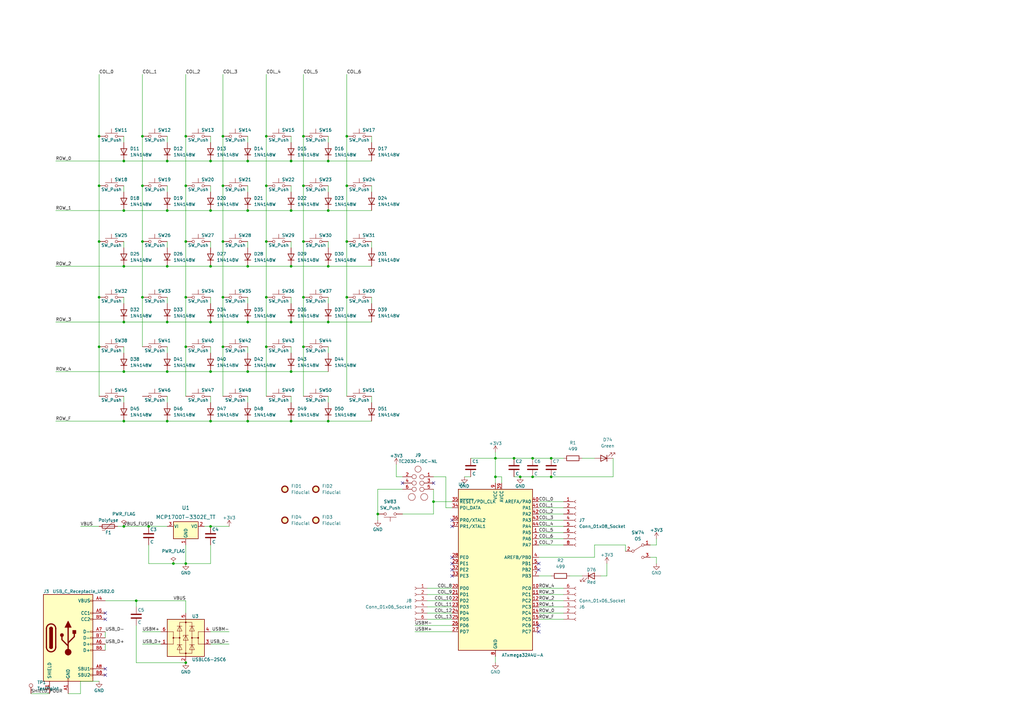
<source format=kicad_sch>
(kicad_sch (version 20230121) (generator eeschema)
  (paper "A3")
  (title_block (title "66 Keys Ortholinear Keyboard") (rev "1.0") (company "125 Systems") (comment 1 "Designer: Neeraj Adsul") (comment 2 "The Mac keyboard is designed as split 30 keys x 2 parts."))
  (junction (at 40.64 99.06))
  (junction (at 60.96 215.9))
  (junction (at 86.36 172.72))
  (junction (at 76.2 76.2))
  (junction (at 40.64 76.2))
  (junction (at 109.22 121.92))
  (junction (at 50.8 215.9))
  (junction (at 154.94 210.82))
  (junction (at 218.44 195.58))
  (junction (at 226.06 195.58))
  (junction (at 119.38 109.22))
  (junction (at 50.8 86.36))
  (junction (at 142.24 99.06))
  (junction (at 86.36 215.9))
  (junction (at 119.38 132.08))
  (junction (at 134.62 109.22))
  (junction (at 86.36 109.22))
  (junction (at 101.6 109.22))
  (junction (at 101.6 66.04))
  (junction (at 142.24 121.92))
  (junction (at 226.06 187.96))
  (junction (at 50.8 66.04))
  (junction (at 76.2 121.92))
  (junction (at 68.58 132.08))
  (junction (at 119.38 66.04))
  (junction (at 50.8 172.72))
  (junction (at 55.88 246.38))
  (junction (at 203.2 195.58))
  (junction (at 76.2 99.06))
  (junction (at 58.42 76.2))
  (junction (at 109.22 76.2))
  (junction (at 101.6 172.72))
  (junction (at 101.6 86.36))
  (junction (at 76.2 55.88))
  (junction (at 40.64 121.92))
  (junction (at 40.64 55.88))
  (junction (at 101.6 152.4))
  (junction (at 68.58 86.36))
  (junction (at 91.44 99.06))
  (junction (at 119.38 152.4))
  (junction (at 68.58 152.4))
  (junction (at 68.58 66.04))
  (junction (at 213.36 195.58))
  (junction (at 218.44 187.96))
  (junction (at 86.36 152.4))
  (junction (at 124.46 55.88))
  (junction (at 124.46 142.24))
  (junction (at 76.2 271.78))
  (junction (at 68.58 172.72))
  (junction (at 86.36 132.08))
  (junction (at 101.6 132.08))
  (junction (at 124.46 76.2))
  (junction (at 210.82 187.96))
  (junction (at 109.22 99.06))
  (junction (at 76.2 231.14))
  (junction (at 91.44 76.2))
  (junction (at 58.42 55.88))
  (junction (at 40.64 142.24))
  (junction (at 119.38 172.72))
  (junction (at 119.38 86.36))
  (junction (at 71.12 231.14))
  (junction (at 134.62 66.04))
  (junction (at 142.24 55.88))
  (junction (at 68.58 109.22))
  (junction (at 109.22 55.88))
  (junction (at 177.8 205.74))
  (junction (at 50.8 152.4))
  (junction (at 86.36 86.36))
  (junction (at 91.44 142.24))
  (junction (at 124.46 121.92))
  (junction (at 58.42 121.92))
  (junction (at 124.46 99.06))
  (junction (at 86.36 66.04))
  (junction (at 76.2 142.24))
  (junction (at 109.22 142.24))
  (junction (at 50.8 132.08))
  (junction (at 91.44 121.92))
  (junction (at 134.62 132.08))
  (junction (at 58.42 99.06))
  (junction (at 134.62 86.36))
  (junction (at 50.8 109.22))
  (junction (at 142.24 76.2))
  (junction (at 203.2 187.96))
  (junction (at 134.62 172.72))
  (junction (at 91.44 55.88))
  (no_connect (at 185.42 213.36))
  (no_connect (at 220.98 231.14))
  (no_connect (at 43.18 251.46))
  (no_connect (at 177.8 198.12))
  (no_connect (at 165.1 198.12))
  (no_connect (at 220.98 233.68))
  (no_connect (at 220.98 256.54))
  (no_connect (at 185.42 233.68))
  (no_connect (at 220.98 259.08))
  (no_connect (at 43.18 274.32))
  (no_connect (at 185.42 231.14))
  (no_connect (at 185.42 236.22))
  (no_connect (at 43.18 254))
  (no_connect (at 185.42 228.6))
  (no_connect (at 43.18 276.86))
  (no_connect (at 185.42 215.9))
  (wire (pts (xy 193.04 187.96) (xy 203.2 187.96)))
  (wire (pts (xy 101.6 142.24) (xy 101.6 144.78)))
  (wire (pts (xy 220.98 228.6) (xy 243.84 228.6)))
  (wire (pts (xy 40.64 279.4) (xy 33.02 279.4)))
  (wire (pts (xy 40.64 55.88) (xy 40.64 76.2)))
  (wire (pts (xy 203.2 195.58) (xy 205.74 195.58)))
  (wire (pts (xy 218.44 187.96) (xy 226.06 187.96)))
  (wire (pts (xy 220.98 223.52) (xy 231.14 223.52)))
  (wire (pts (xy 91.44 30.48) (xy 91.44 55.88)))
  (wire (pts (xy 246.38 236.22) (xy 248.92 236.22)))
  (wire (pts (xy 86.36 162.56) (xy 86.36 165.1)))
  (wire (pts (xy 43.18 264.16) (xy 43.18 266.7)))
  (wire (pts (xy 220.98 215.9) (xy 231.14 215.9)))
  (wire (pts (xy 203.2 269.24) (xy 203.2 271.78)))
  (wire (pts (xy 50.8 152.4) (xy 68.58 152.4)))
  (wire (pts (xy 68.58 99.06) (xy 68.58 101.6)))
  (wire (pts (xy 71.12 231.14) (xy 76.2 231.14)))
  (wire (pts (xy 203.2 195.58) (xy 203.2 198.12)))
  (wire (pts (xy 86.36 86.36) (xy 101.6 86.36)))
  (wire (pts (xy 142.24 121.92) (xy 142.24 162.56)))
  (wire (pts (xy 91.44 121.92) (xy 91.44 142.24)))
  (wire (pts (xy 231.14 243.84) (xy 220.98 243.84)))
  (wire (pts (xy 86.36 76.2) (xy 86.36 78.74)))
  (wire (pts (xy 12.7 284.48) (xy 20.32 284.48)))
  (wire (pts (xy 170.18 259.08) (xy 185.42 259.08)))
  (wire (pts (xy 68.58 121.92) (xy 68.58 124.46)))
  (wire (pts (xy 68.58 132.08) (xy 86.36 132.08)))
  (wire (pts (xy 269.24 223.52) (xy 269.24 220.98)))
  (wire (pts (xy 43.18 259.08) (xy 43.18 261.62)))
  (wire (pts (xy 50.8 132.08) (xy 68.58 132.08)))
  (wire (pts (xy 134.62 142.24) (xy 134.62 144.78)))
  (wire (pts (xy 76.2 99.06) (xy 76.2 121.92)))
  (wire (pts (xy 134.62 162.56) (xy 134.62 165.1)))
  (wire (pts (xy 142.24 76.2) (xy 142.24 99.06)))
  (wire (pts (xy 152.4 55.88) (xy 152.4 58.42)))
  (wire (pts (xy 220.98 213.36) (xy 231.14 213.36)))
  (wire (pts (xy 33.02 215.9) (xy 40.64 215.9)))
  (wire (pts (xy 58.42 55.88) (xy 58.42 76.2)))
  (wire (pts (xy 68.58 109.22) (xy 86.36 109.22)))
  (wire (pts (xy 86.36 223.52) (xy 86.36 231.14)))
  (wire (pts (xy 119.38 109.22) (xy 134.62 109.22)))
  (wire (pts (xy 170.18 256.54) (xy 185.42 256.54)))
  (wire (pts (xy 185.42 205.74) (xy 177.8 205.74)))
  (wire (pts (xy 40.64 121.92) (xy 40.64 142.24)))
  (wire (pts (xy 243.84 223.52) (xy 256.54 223.52)))
  (wire (pts (xy 50.8 109.22) (xy 68.58 109.22)))
  (wire (pts (xy 248.92 231.14) (xy 248.92 236.22)))
  (wire (pts (xy 134.62 132.08) (xy 152.4 132.08)))
  (wire (pts (xy 124.46 30.48) (xy 124.46 55.88)))
  (wire (pts (xy 101.6 66.04) (xy 119.38 66.04)))
  (wire (pts (xy 134.62 121.92) (xy 134.62 124.46)))
  (wire (pts (xy 76.2 231.14) (xy 76.2 223.52)))
  (wire (pts (xy 68.58 86.36) (xy 86.36 86.36)))
  (wire (pts (xy 60.96 223.52) (xy 60.96 231.14)))
  (wire (pts (xy 101.6 172.72) (xy 119.38 172.72)))
  (wire (pts (xy 182.88 195.58) (xy 177.8 195.58)))
  (wire (pts (xy 22.86 152.4) (xy 50.8 152.4)))
  (wire (pts (xy 68.58 162.56) (xy 68.58 165.1)))
  (wire (pts (xy 76.2 142.24) (xy 76.2 162.56)))
  (wire (pts (xy 76.2 30.48) (xy 76.2 55.88)))
  (wire (pts (xy 256.54 223.52) (xy 256.54 226.06)))
  (wire (pts (xy 243.84 228.6) (xy 243.84 223.52)))
  (wire (pts (xy 119.38 142.24) (xy 119.38 144.78)))
  (wire (pts (xy 109.22 142.24) (xy 109.22 162.56)))
  (wire (pts (xy 124.46 99.06) (xy 124.46 121.92)))
  (wire (pts (xy 22.86 109.22) (xy 50.8 109.22)))
  (wire (pts (xy 50.8 162.56) (xy 50.8 165.1)))
  (wire (pts (xy 142.24 30.48) (xy 142.24 55.88)))
  (wire (pts (xy 203.2 187.96) (xy 203.2 195.58)))
  (wire (pts (xy 119.38 152.4) (xy 134.62 152.4)))
  (wire (pts (xy 266.7 223.52) (xy 269.24 223.52)))
  (wire (pts (xy 91.44 99.06) (xy 91.44 121.92)))
  (wire (pts (xy 86.36 109.22) (xy 101.6 109.22)))
  (wire (pts (xy 238.76 187.96) (xy 243.84 187.96)))
  (wire (pts (xy 68.58 152.4) (xy 86.36 152.4)))
  (wire (pts (xy 124.46 121.92) (xy 124.46 142.24)))
  (wire (pts (xy 68.58 76.2) (xy 68.58 78.74)))
  (wire (pts (xy 55.88 256.54) (xy 55.88 271.78)))
  (wire (pts (xy 220.98 220.98) (xy 231.14 220.98)))
  (wire (pts (xy 68.58 142.24) (xy 68.58 144.78)))
  (wire (pts (xy 185.42 254) (xy 175.26 254)))
  (wire (pts (xy 185.42 243.84) (xy 175.26 243.84)))
  (wire (pts (xy 58.42 259.08) (xy 66.04 259.08)))
  (wire (pts (xy 220.98 236.22) (xy 226.06 236.22)))
  (wire (pts (xy 251.46 187.96) (xy 251.46 195.58)))
  (wire (pts (xy 185.42 241.3) (xy 175.26 241.3)))
  (wire (pts (xy 231.14 248.92) (xy 220.98 248.92)))
  (wire (pts (xy 50.8 121.92) (xy 50.8 124.46)))
  (wire (pts (xy 251.46 195.58) (xy 226.06 195.58)))
  (wire (pts (xy 152.4 76.2) (xy 152.4 78.74)))
  (wire (pts (xy 134.62 55.88) (xy 134.62 58.42)))
  (wire (pts (xy 50.8 55.88) (xy 50.8 58.42)))
  (wire (pts (xy 58.42 121.92) (xy 58.42 142.24)))
  (wire (pts (xy 134.62 66.04) (xy 152.4 66.04)))
  (wire (pts (xy 152.4 121.92) (xy 152.4 124.46)))
  (wire (pts (xy 33.02 284.48) (xy 27.94 284.48)))
  (wire (pts (xy 185.42 251.46) (xy 175.26 251.46)))
  (wire (pts (xy 86.36 215.9) (xy 93.98 215.9)))
  (wire (pts (xy 134.62 109.22) (xy 152.4 109.22)))
  (wire (pts (xy 124.46 76.2) (xy 124.46 99.06)))
  (wire (pts (xy 50.8 99.06) (xy 50.8 101.6)))
  (wire (pts (xy 40.64 30.48) (xy 40.64 55.88)))
  (wire (pts (xy 266.7 228.6) (xy 269.24 228.6)))
  (wire (pts (xy 86.36 121.92) (xy 86.36 124.46)))
  (wire (pts (xy 124.46 142.24) (xy 124.46 162.56)))
  (wire (pts (xy 109.22 30.48) (xy 109.22 55.88)))
  (wire (pts (xy 68.58 172.72) (xy 86.36 172.72)))
  (wire (pts (xy 76.2 76.2) (xy 76.2 99.06)))
  (wire (pts (xy 152.4 99.06) (xy 152.4 101.6)))
  (wire (pts (xy 101.6 76.2) (xy 101.6 78.74)))
  (wire (pts (xy 50.8 172.72) (xy 68.58 172.72)))
  (wire (pts (xy 142.24 99.06) (xy 142.24 121.92)))
  (wire (pts (xy 220.98 218.44) (xy 231.14 218.44)))
  (wire (pts (xy 60.96 231.14) (xy 71.12 231.14)))
  (wire (pts (xy 40.64 99.06) (xy 40.64 121.92)))
  (wire (pts (xy 205.74 195.58) (xy 205.74 198.12)))
  (wire (pts (xy 124.46 55.88) (xy 124.46 76.2)))
  (wire (pts (xy 22.86 66.04) (xy 50.8 66.04)))
  (wire (pts (xy 269.24 228.6) (xy 269.24 231.14)))
  (wire (pts (xy 162.56 190.5) (xy 162.56 195.58)))
  (wire (pts (xy 177.8 205.74) (xy 177.8 200.66)))
  (wire (pts (xy 55.88 246.38) (xy 76.2 246.38)))
  (wire (pts (xy 22.86 172.72) (xy 50.8 172.72)))
  (wire (pts (xy 43.18 246.38) (xy 55.88 246.38)))
  (wire (pts (xy 86.36 132.08) (xy 101.6 132.08)))
  (wire (pts (xy 50.8 215.9) (xy 60.96 215.9)))
  (wire (pts (xy 233.68 236.22) (xy 238.76 236.22)))
  (wire (pts (xy 165.1 210.82) (xy 177.8 210.82)))
  (wire (pts (xy 231.14 246.38) (xy 220.98 246.38)))
  (wire (pts (xy 154.94 200.66) (xy 154.94 210.82)))
  (wire (pts (xy 76.2 121.92) (xy 76.2 142.24)))
  (wire (pts (xy 86.36 66.04) (xy 101.6 66.04)))
  (wire (pts (xy 119.38 76.2) (xy 119.38 78.74)))
  (wire (pts (xy 50.8 86.36) (xy 68.58 86.36)))
  (wire (pts (xy 55.88 246.38) (xy 55.88 248.92)))
  (wire (pts (xy 101.6 99.06) (xy 101.6 101.6)))
  (wire (pts (xy 134.62 76.2) (xy 134.62 78.74)))
  (wire (pts (xy 203.2 187.96) (xy 210.82 187.96)))
  (wire (pts (xy 101.6 55.88) (xy 101.6 58.42)))
  (wire (pts (xy 68.58 66.04) (xy 86.36 66.04)))
  (wire (pts (xy 231.14 241.3) (xy 220.98 241.3)))
  (wire (pts (xy 119.38 162.56) (xy 119.38 165.1)))
  (wire (pts (xy 220.98 210.82) (xy 231.14 210.82)))
  (wire (pts (xy 101.6 86.36) (xy 119.38 86.36)))
  (wire (pts (xy 185.42 246.38) (xy 175.26 246.38)))
  (wire (pts (xy 134.62 86.36) (xy 152.4 86.36)))
  (wire (pts (xy 86.36 264.16) (xy 93.98 264.16)))
  (wire (pts (xy 119.38 86.36) (xy 134.62 86.36)))
  (wire (pts (xy 177.8 210.82) (xy 177.8 205.74)))
  (wire (pts (xy 109.22 121.92) (xy 109.22 142.24)))
  (wire (pts (xy 154.94 210.82) (xy 154.94 213.36)))
  (wire (pts (xy 218.44 195.58) (xy 226.06 195.58)))
  (wire (pts (xy 91.44 142.24) (xy 91.44 162.56)))
  (wire (pts (xy 119.38 55.88) (xy 119.38 58.42)))
  (wire (pts (xy 58.42 30.48) (xy 58.42 55.88)))
  (wire (pts (xy 142.24 55.88) (xy 142.24 76.2)))
  (wire (pts (xy 190.5 195.58) (xy 193.04 195.58)))
  (wire (pts (xy 210.82 187.96) (xy 218.44 187.96)))
  (wire (pts (xy 58.42 99.06) (xy 58.42 121.92)))
  (wire (pts (xy 58.42 264.16) (xy 66.04 264.16)))
  (wire (pts (xy 86.36 231.14) (xy 76.2 231.14)))
  (wire (pts (xy 50.8 142.24) (xy 50.8 144.78)))
  (wire (pts (xy 33.02 279.4) (xy 33.02 284.48)))
  (wire (pts (xy 68.58 55.88) (xy 68.58 58.42)))
  (wire (pts (xy 58.42 76.2) (xy 58.42 99.06)))
  (wire (pts (xy 231.14 254) (xy 220.98 254)))
  (wire (pts (xy 210.82 195.58) (xy 213.36 195.58)))
  (wire (pts (xy 152.4 162.56) (xy 152.4 165.1)))
  (wire (pts (xy 109.22 76.2) (xy 109.22 99.06)))
  (wire (pts (xy 86.36 55.88) (xy 86.36 58.42)))
  (wire (pts (xy 119.38 99.06) (xy 119.38 101.6)))
  (wire (pts (xy 86.36 142.24) (xy 86.36 144.78)))
  (wire (pts (xy 101.6 121.92) (xy 101.6 124.46)))
  (wire (pts (xy 220.98 205.74) (xy 231.14 205.74)))
  (wire (pts (xy 86.36 152.4) (xy 101.6 152.4)))
  (wire (pts (xy 231.14 251.46) (xy 220.98 251.46)))
  (wire (pts (xy 101.6 152.4) (xy 119.38 152.4)))
  (wire (pts (xy 22.86 132.08) (xy 50.8 132.08)))
  (wire (pts (xy 60.96 215.9) (xy 68.58 215.9)))
  (wire (pts (xy 134.62 172.72) (xy 152.4 172.72)))
  (wire (pts (xy 119.38 132.08) (xy 134.62 132.08)))
  (wire (pts (xy 83.82 215.9) (xy 86.36 215.9)))
  (wire (pts (xy 50.8 66.04) (xy 68.58 66.04)))
  (wire (pts (xy 48.26 215.9) (xy 50.8 215.9)))
  (wire (pts (xy 101.6 162.56) (xy 101.6 165.1)))
  (wire (pts (xy 119.38 121.92) (xy 119.38 124.46)))
  (wire (pts (xy 86.36 259.08) (xy 93.98 259.08)))
  (wire (pts (xy 40.64 142.24) (xy 40.64 162.56)))
  (wire (pts (xy 119.38 172.72) (xy 134.62 172.72)))
  (wire (pts (xy 185.42 208.28) (xy 182.88 208.28)))
  (wire (pts (xy 86.36 172.72) (xy 101.6 172.72)))
  (wire (pts (xy 134.62 99.06) (xy 134.62 101.6)))
  (wire (pts (xy 40.64 76.2) (xy 40.64 99.06)))
  (wire (pts (xy 109.22 55.88) (xy 109.22 76.2)))
  (wire (pts (xy 119.38 66.04) (xy 134.62 66.04)))
  (wire (pts (xy 76.2 251.46) (xy 76.2 246.38)))
  (wire (pts (xy 55.88 271.78) (xy 76.2 271.78)))
  (wire (pts (xy 213.36 195.58) (xy 218.44 195.58)))
  (wire (pts (xy 101.6 132.08) (xy 119.38 132.08)))
  (wire (pts (xy 109.22 99.06) (xy 109.22 121.92)))
  (wire (pts (xy 86.36 99.06) (xy 86.36 101.6)))
  (wire (pts (xy 182.88 208.28) (xy 182.88 195.58)))
  (wire (pts (xy 101.6 109.22) (xy 119.38 109.22)))
  (wire (pts (xy 165.1 200.66) (xy 154.94 200.66)))
  (wire (pts (xy 220.98 208.28) (xy 231.14 208.28)))
  (wire (pts (xy 203.2 185.42) (xy 203.2 187.96)))
  (wire (pts (xy 50.8 76.2) (xy 50.8 78.74)))
  (wire (pts (xy 165.1 195.58) (xy 162.56 195.58)))
  (wire (pts (xy 185.42 248.92) (xy 175.26 248.92)))
  (wire (pts (xy 226.06 187.96) (xy 231.14 187.96)))
  (wire (pts (xy 91.44 55.88) (xy 91.44 76.2)))
  (wire (pts (xy 22.86 86.36) (xy 50.8 86.36)))
  (wire (pts (xy 91.44 76.2) (xy 91.44 99.06)))
  (wire (pts (xy 76.2 55.88) (xy 76.2 76.2)))
  (label "USB_D+" (at 58.42 264.16 0))
  (label "ROW_3" (at 22.86 132.08 0))
  (label "ROW_0" (at 220.98 251.46 0))
  (label "ROW_2" (at 220.98 246.38 0))
  (label "SHIELD_POUR" (at 12.7 284.48 0))
  (label "USB_D-" (at 43.18 259.08 0))
  (label "COL_0" (at 220.98 205.74 0))
  (label "VBUS" (at 71.12 246.38 0))
  (label "COL_3" (at 220.98 213.36 0))
  (label "COL_10" (at 185.42 246.38 180))
  (label "USB_D+" (at 43.18 264.16 0))
  (label "ROW_F" (at 220.98 254 0))
  (label "COL_2" (at 76.2 30.48 0))
  (label "COL_6" (at 220.98 220.98 0))
  (label "COL_6" (at 142.24 30.48 0))
  (label "VBUS_FUSED" (at 50.8 215.9 0))
  (label "USBM+" (at 58.42 259.08 0))
  (label "COL_4" (at 109.22 30.48 0))
  (label "COL_4" (at 220.98 215.9 0))
  (label "ROW_4" (at 22.86 152.4 0))
  (label "COL_1" (at 58.42 30.48 0))
  (label "COL_9" (at 185.42 243.84 180))
  (label "ROW_2" (at 22.86 109.22 0))
  (label "COL_11" (at 185.42 248.92 180))
  (label "COL_5" (at 124.46 30.48 0))
  (label "COL_7" (at 220.98 223.52 0))
  (label "COL_2" (at 220.98 210.82 0))
  (label "COL_0" (at 40.64 30.48 0))
  (label "ROW_1" (at 22.86 86.36 0))
  (label "COL_5" (at 220.98 218.44 0))
  (label "COL_12" (at 185.42 251.46 180))
  (label "USBM+" (at 170.18 259.08 0))
  (label "COL_1" (at 220.98 208.28 0))
  (label "VBUS" (at 33.02 215.9 0))
  (label "ROW_0" (at 22.86 66.04 0))
  (label "COL_13" (at 185.42 254 180))
  (label "ROW_3" (at 220.98 243.84 0))
  (label "USB_D-" (at 93.98 264.16 180))
  (label "COL_8" (at 185.42 241.3 180))
  (label "USBM-" (at 93.98 259.08 180))
  (label "COL_3" (at 91.44 30.48 0))
  (label "ROW_4" (at 220.98 241.3 0))
  (label "USBM-" (at 170.18 256.54 0))
  (label "ROW_1" (at 220.98 248.92 0))
  (label "ROW_F" (at 22.86 172.72 0))
  (symbol (lib_id "power:GND") (at 213.36 195.58 0) (unit 1)
    (property "Reference" "#PWR04" (effects hide))
    (property "Value" "GND" (at 213.36 199.39 0))
  )
  (symbol (lib_id "Device:C") (at 193.04 191.77 0) (unit 1)
    (property "Reference" "C1" (at 193.675 189.23 0) (effects (justify left)))
    (property "Value" "C" (at 193.675 194.31 0) (effects (justify left)))
    (property "Footprint" "Capacitor_SMD:C_0603_1608Metric_Pad1.08x0.95mm_HandSolder" (effects hide))
  )
  (symbol (lib_id "Diode:1N4148W") (at 68.58 148.59 90) (unit 1)
    (property "Reference" "D41" (at 71.12 147.32 90) (effects (justify right)))
    (property "Value" "1N4148W" (at 71.12 149.86 90) (effects (justify right)))
    (property "Footprint" "Diode_SMD:D_SOD-123" (effects hide))
    (property "Datasheet" "https://www.vishay.com/docs/85748/1n4148w.pdf" (effects hide))
    (property "Sim.Device" "D" (effects hide))
    (property "Sim.Pins" "1=K 2=A" (effects hide))
  )
  (symbol (lib_id "Device:LED") (at 242.57 236.22 0) (unit 1)
    (property "Reference" "D76" (at 242.57 233.68 0))
    (property "Value" "Red" (at 242.57 238.76 0))
    (property "Footprint" "LED_SMD:LED_0805_2012Metric_Pad1.15x1.40mm_HandSolder" (effects hide))
  )
  (symbol (lib_id "Device:C") (at 60.96 219.71 0) (unit 1)
    (property "Reference" "C3" (at 61.595 217.17 0) (effects (justify left)))
    (property "Value" "C" (at 61.595 222.25 0) (effects (justify left)))
    (property "Footprint" "Capacitor_SMD:C_0603_1608Metric_Pad1.08x0.95mm_HandSolder" (effects hide))
  )
  (symbol (lib_id "power:GND") (at 40.64 279.4 0) (unit 1)
    (property "Reference" "#PWR09" (effects hide))
    (property "Value" "GND" (at 40.64 283.21 0))
  )
  (symbol (lib_id "Diode:1N4148W") (at 152.4 82.55 90) (unit 1)
    (property "Reference" "D24" (at 154.94 81.28 90) (effects (justify right)))
    (property "Value" "1N4148W" (at 154.94 83.82 90) (effects (justify right)))
    (property "Footprint" "Diode_SMD:D_SOD-123" (effects hide))
    (property "Datasheet" "https://www.vishay.com/docs/85748/1n4148w.pdf" (effects hide))
    (property "Sim.Device" "D" (effects hide))
    (property "Sim.Pins" "1=K 2=A" (effects hide))
  )
  (symbol (lib_id "power:+3V3") (at 269.24 220.98 0) (unit 1)
    (property "Reference" "#PWR012" (effects hide))
    (property "Value" "+3V3" (at 269.24 217.424 0))
  )
  (symbol (lib_id "Diode:1N4148W") (at 50.8 128.27 90) (unit 1)
    (property "Reference" "D32" (at 53.34 127 90) (effects (justify right)))
    (property "Value" "1N4148W" (at 53.34 129.54 90) (effects (justify right)))
    (property "Footprint" "Diode_SMD:D_SOD-123" (effects hide))
    (property "Datasheet" "https://www.vishay.com/docs/85748/1n4148w.pdf" (effects hide))
    (property "Sim.Device" "D" (effects hide))
    (property "Sim.Pins" "1=K 2=A" (effects hide))
  )
  (symbol (lib_id "Switch:SW_Push") (at 81.28 55.88 0) (unit 1)
    (property "Reference" "SW13" (at 82.55 53.34 0) (effects (justify left)))
    (property "Value" "SW_Push" (at 81.28 57.404 0))
    (property "Footprint" "Switch_Keyboard_Kailh:SW_Kailh_Choc_V1V2_1.00u" (effects hide))
  )
  (symbol (lib_id "Device:C") (at 55.88 252.73 0) (unit 1)
    (property "Reference" "C5" (at 56.515 250.19 0) (effects (justify left)))
    (property "Value" "C" (at 56.515 255.27 0) (effects (justify left)))
    (property "Footprint" "Capacitor_SMD:C_0603_1608Metric_Pad1.08x0.95mm_HandSolder" (effects hide))
  )
  (symbol (lib_id "MCU_Microchip_ATmega:ATxmega32A4U-A") (at 203.2 233.68 0) (unit 1)
    (property "Reference" "U2" (at 187.96 199.39 0) (effects (justify left bottom)))
    (property "Value" "ATxmega32A4U-A" (at 205.74 267.97 0) (effects (justify left top)))
    (property "Footprint" "Package_QFP:TQFP-44_10x10mm_P0.8mm" (effects hide))
    (property "Datasheet" "http://ww1.microchip.com/downloads/en/DeviceDoc/Atmel-8387-8-and16-bit-AVR-Microcontroller-XMEGA-A4U_Datasheet.pdf" (effects hide))
  )
  (symbol (lib_id "Power_Protection:USBLC6-2SC6") (at 76.2 261.62 0) (unit 1)
    (property "Reference" "U3" (at 78.74 252.73 0) (effects (justify left)))
    (property "Value" "USBLC6-2SC6" (at 78.74 270.51 0) (effects (justify left)))
    (property "Footprint" "Package_TO_SOT_SMD:SOT-23-6" (effects hide))
    (property "Datasheet" "https://www.st.com/resource/en/datasheet/usblc6-2.pdf" (effects hide))
  )
  (symbol (lib_id "Device:R") (at 229.87 236.22 90) (unit 1)
    (property "Reference" "R2" (at 229.87 229.87 90))
    (property "Value" "499" (at 229.87 232.41 90))
    (property "Footprint" "LED_SMD:LED_0805_2012Metric_Pad1.15x1.40mm_HandSolder" (effects hide))
  )
  (symbol (lib_id "Switch:SW_Push") (at 45.72 55.88 0) (unit 1)
    (property "Reference" "SW11" (at 46.99 53.34 0) (effects (justify left)))
    (property "Value" "SW_Push" (at 45.72 57.404 0))
    (property "Footprint" "Switch_Keyboard_Kailh:SW_Kailh_Choc_V1V2_1.00u" (effects hide))
  )
  (symbol (lib_id "Switch:SW_Push") (at 147.32 162.56 0) (unit 1)
    (property "Reference" "SW51" (at 148.59 160.02 0) (effects (justify left)))
    (property "Value" "SW_Push" (at 147.32 164.084 0))
    (property "Footprint" "Switch_Keyboard_Kailh:SW_Kailh_Choc_V1V2_1.50u" (effects hide))
  )
  (symbol (lib_id "power:GND") (at 76.2 231.14 0) (unit 1)
    (property "Reference" "#PWR07" (effects hide))
    (property "Value" "GND" (at 76.2 234.95 0))
  )
  (symbol (lib_id "Switch:SW_Push") (at 129.54 121.92 0) (unit 1)
    (property "Reference" "SW37" (at 130.81 119.38 0) (effects (justify left)))
    (property "Value" "SW_Push" (at 129.54 123.444 0))
    (property "Footprint" "Switch_Keyboard_Kailh:SW_Kailh_Choc_V1V2_1.00u" (effects hide))
  )
  (symbol (lib_id "Device:LED") (at 247.65 187.96 180) (unit 1)
    (property "Reference" "D74" (at 249.2375 180.34 0))
    (property "Value" "Green" (at 249.2375 182.88 0))
    (property "Footprint" "LED_SMD:LED_0805_2012Metric_Pad1.15x1.40mm_HandSolder" (effects hide))
  )
  (symbol (lib_id "Diode:1N4148W") (at 119.38 62.23 90) (unit 1)
    (property "Reference" "D15" (at 121.92 60.96 90) (effects (justify right)))
    (property "Value" "1N4148W" (at 121.92 63.5 90) (effects (justify right)))
    (property "Footprint" "Diode_SMD:D_SOD-123" (effects hide))
    (property "Datasheet" "https://www.vishay.com/docs/85748/1n4148w.pdf" (effects hide))
    (property "Sim.Device" "D" (effects hide))
    (property "Sim.Pins" "1=K 2=A" (effects hide))
  )
  (symbol (lib_id "Mechanical:Fiducial") (at 116.84 213.36 0) (unit 1)
    (property "Reference" "FID4" (at 119.38 212.09 0) (effects (justify left)))
    (property "Value" "Fiducial" (at 119.38 214.63 0) (effects (justify left)))
    (property "Footprint" "Fiducial:Fiducial_0.5mm_Mask1mm" (effects hide))
  )
  (symbol (lib_id "Device:C") (at 226.06 191.77 0) (unit 1)
    (property "Reference" "C7" (at 226.695 189.23 0) (effects (justify left)))
    (property "Value" "C" (at 226.695 194.31 0) (effects (justify left)))
    (property "Footprint" "Capacitor_SMD:C_0603_1608Metric_Pad1.08x0.95mm_HandSolder" (effects hide))
  )
  (symbol (lib_id "Diode:1N4148W") (at 134.62 105.41 90) (unit 1)
    (property "Reference" "D30" (at 137.16 104.14 90) (effects (justify right)))
    (property "Value" "1N4148W" (at 137.16 106.68 90) (effects (justify right)))
    (property "Footprint" "Diode_SMD:D_SOD-123" (effects hide))
    (property "Datasheet" "https://www.vishay.com/docs/85748/1n4148w.pdf" (effects hide))
    (property "Sim.Device" "D" (effects hide))
    (property "Sim.Pins" "1=K 2=A" (effects hide))
  )
  (symbol (lib_id "Switch:SW_Push") (at 45.72 76.2 0) (unit 1)
    (property "Reference" "SW18" (at 46.99 73.66 0) (effects (justify left)))
    (property "Value" "SW_Push" (at 45.72 77.724 0))
    (property "Footprint" "Switch_Keyboard_Kailh:SW_Kailh_Choc_V1V2_1.00u" (effects hide))
  )
  (symbol (lib_id "Switch:SW_Push") (at 45.72 99.06 0) (unit 1)
    (property "Reference" "SW25" (at 46.99 96.52 0) (effects (justify left)))
    (property "Value" "SW_Push" (at 45.72 100.584 0))
    (property "Footprint" "Switch_Keyboard_Kailh:SW_Kailh_Choc_V1V2_1.00u" (effects hide))
  )
  (symbol (lib_id "Switch:SW_Push") (at 114.3 162.56 0) (unit 1)
    (property "Reference" "SW49" (at 115.57 160.02 0) (effects (justify left)))
    (property "Value" "SW_Push" (at 114.3 164.084 0))
    (property "Footprint" "Switch_Keyboard_Kailh:SW_Kailh_Choc_V1V2_1.00u" (effects hide))
  )
  (symbol (lib_id "Switch:SW_Push") (at 147.32 99.06 0) (unit 1)
    (property "Reference" "SW31" (at 148.59 96.52 0) (effects (justify left)))
    (property "Value" "SW_Push" (at 147.32 100.584 0))
    (property "Footprint" "Switch_Keyboard_Kailh:SW_Kailh_Choc_V1V2_1.50u" (effects hide))
  )
  (symbol (lib_id "Switch:SW_Push") (at 45.72 142.24 0) (unit 1)
    (property "Reference" "SW38" (at 46.99 139.7 0) (effects (justify left)))
    (property "Value" "SW_Push" (at 45.72 143.764 0))
    (property "Footprint" "Switch_Keyboard_Kailh:SW_Kailh_Choc_V1V2_1.00u" (effects hide))
  )
  (symbol (lib_id "Connector:TestPoint") (at 12.7 284.48 0) (unit 1)
    (property "Reference" "TP1" (at 15.24 279.908 0) (effects (justify left)))
    (property "Value" "TestPoint" (at 15.24 282.448 0) (effects (justify left)))
    (property "Footprint" "TestPoint:TestPoint_Pad_D1.0mm" (effects hide))
  )
  (symbol (lib_id "Switch:SW_Push") (at 96.52 142.24 0) (unit 1)
    (property "Reference" "SW42" (at 97.79 139.7 0) (effects (justify left)))
    (property "Value" "SW_Push" (at 96.52 143.764 0))
    (property "Footprint" "Switch_Keyboard_Kailh:SW_Kailh_Choc_V1V2_1.00u" (effects hide))
  )
  (symbol (lib_id "Diode:1N4148W") (at 68.58 128.27 90) (unit 1)
    (property "Reference" "D33" (at 71.12 127 90) (effects (justify right)))
    (property "Value" "1N4148W" (at 71.12 129.54 90) (effects (justify right)))
    (property "Footprint" "Diode_SMD:D_SOD-123" (effects hide))
    (property "Datasheet" "https://www.vishay.com/docs/85748/1n4148w.pdf" (effects hide))
    (property "Sim.Device" "D" (effects hide))
    (property "Sim.Pins" "1=K 2=A" (effects hide))
  )
  (symbol (lib_id "Diode:1N4148W") (at 119.38 82.55 90) (unit 1)
    (property "Reference" "D22" (at 121.92 81.28 90) (effects (justify right)))
    (property "Value" "1N4148W" (at 121.92 83.82 90) (effects (justify right)))
    (property "Footprint" "Diode_SMD:D_SOD-123" (effects hide))
    (property "Datasheet" "https://www.vishay.com/docs/85748/1n4148w.pdf" (effects hide))
    (property "Sim.Device" "D" (effects hide))
    (property "Sim.Pins" "1=K 2=A" (effects hide))
  )
  (symbol (lib_id "power:GND") (at 203.2 271.78 0) (unit 1)
    (property "Reference" "#PWR010" (effects hide))
    (property "Value" "GND" (at 203.2 275.59 0))
  )
  (symbol (lib_id "Switch:SW_Push") (at 81.28 99.06 0) (unit 1)
    (property "Reference" "SW27" (at 82.55 96.52 0) (effects (justify left)))
    (property "Value" "SW_Push" (at 81.28 100.584 0))
    (property "Footprint" "Switch_Keyboard_Kailh:SW_Kailh_Choc_V1V2_1.00u" (effects hide))
  )
  (symbol (lib_id "Switch:SW_Push") (at 63.5 162.56 0) (unit 1)
    (property "Reference" "SW46" (at 64.77 160.02 0) (effects (justify left)))
    (property "Value" "SW_Push" (at 63.5 164.084 0))
    (property "Footprint" "Switch_Keyboard_Kailh:SW_Kailh_Choc_V1V2_1.00u" (effects hide))
  )
  (symbol (lib_id "Connector:Conn_01x06_Socket") (at 170.18 246.38 0) (mirror y) (unit 1)
    (property "Reference" "J8" (at 168.91 246.38 0) (effects (justify left)))
    (property "Value" "Conn_01x06_Socket" (at 168.91 248.92 0) (effects (justify left)))
    (property "Footprint" "Connector_PinHeader_1.27mm:PinHeader_1x06_P1.27mm_Vertical" (effects hide))
  )
  (symbol (lib_id "Diode:1N4148W") (at 50.8 105.41 90) (unit 1)
    (property "Reference" "D25" (at 53.34 104.14 90) (effects (justify right)))
    (property "Value" "1N4148W" (at 53.34 106.68 90) (effects (justify right)))
    (property "Footprint" "Diode_SMD:D_SOD-123" (effects hide))
    (property "Datasheet" "https://www.vishay.com/docs/85748/1n4148w.pdf" (effects hide))
    (property "Sim.Device" "D" (effects hide))
    (property "Sim.Pins" "1=K 2=A" (effects hide))
  )
  (symbol (lib_id "Diode:1N4148W") (at 134.62 82.55 90) (unit 1)
    (property "Reference" "D23" (at 137.16 81.28 90) (effects (justify right)))
    (property "Value" "1N4148W" (at 137.16 83.82 90) (effects (justify right)))
    (property "Footprint" "Diode_SMD:D_SOD-123" (effects hide))
    (property "Datasheet" "https://www.vishay.com/docs/85748/1n4148w.pdf" (effects hide))
    (property "Sim.Device" "D" (effects hide))
    (property "Sim.Pins" "1=K 2=A" (effects hide))
  )
  (symbol (lib_id "Diode:1N4148W") (at 101.6 105.41 90) (unit 1)
    (property "Reference" "D28" (at 104.14 104.14 90) (effects (justify right)))
    (property "Value" "1N4148W" (at 104.14 106.68 90) (effects (justify right)))
    (property "Footprint" "Diode_SMD:D_SOD-123" (effects hide))
    (property "Datasheet" "https://www.vishay.com/docs/85748/1n4148w.pdf" (effects hide))
    (property "Sim.Device" "D" (effects hide))
    (property "Sim.Pins" "1=K 2=A" (effects hide))
  )
  (symbol (lib_id "Diode:1N4148W") (at 119.38 128.27 90) (unit 1)
    (property "Reference" "D36" (at 121.92 127 90) (effects (justify right)))
    (property "Value" "1N4148W" (at 121.92 129.54 90) (effects (justify right)))
    (property "Footprint" "Diode_SMD:D_SOD-123" (effects hide))
    (property "Datasheet" "https://www.vishay.com/docs/85748/1n4148w.pdf" (effects hide))
    (property "Sim.Device" "D" (effects hide))
    (property "Sim.Pins" "1=K 2=A" (effects hide))
  )
  (symbol (lib_id "Device:C") (at 210.82 191.77 0) (unit 1)
    (property "Reference" "C2" (at 211.455 189.23 0) (effects (justify left)))
    (property "Value" "C" (at 211.455 194.31 0) (effects (justify left)))
    (property "Footprint" "Capacitor_SMD:C_0603_1608Metric_Pad1.08x0.95mm_HandSolder" (effects hide))
  )
  (symbol (lib_id "Diode:1N4148W") (at 86.36 105.41 90) (unit 1)
    (property "Reference" "D27" (at 88.9 104.14 90) (effects (justify right)))
    (property "Value" "1N4148W" (at 88.9 106.68 90) (effects (justify right)))
    (property "Footprint" "Diode_SMD:D_SOD-123" (effects hide))
    (property "Datasheet" "https://www.vishay.com/docs/85748/1n4148w.pdf" (effects hide))
    (property "Sim.Device" "D" (effects hide))
    (property "Sim.Pins" "1=K 2=A" (effects hide))
  )
  (symbol (lib_id "Switch:SW_Push") (at 129.54 76.2 0) (unit 1)
    (property "Reference" "SW23" (at 130.81 73.66 0) (effects (justify left)))
    (property "Value" "SW_Push" (at 129.54 77.724 0))
    (property "Footprint" "Switch_Keyboard_Kailh:SW_Kailh_Choc_V1V2_1.00u" (effects hide))
  )
  (symbol (lib_id "Diode:1N4148W") (at 86.36 82.55 90) (unit 1)
    (property "Reference" "D20" (at 88.9 81.28 90) (effects (justify right)))
    (property "Value" "1N4148W" (at 88.9 83.82 90) (effects (justify right)))
    (property "Footprint" "Diode_SMD:D_SOD-123" (effects hide))
    (property "Datasheet" "https://www.vishay.com/docs/85748/1n4148w.pdf" (effects hide))
    (property "Sim.Device" "D" (effects hide))
    (property "Sim.Pins" "1=K 2=A" (effects hide))
  )
  (symbol (lib_id "Diode:1N4148W") (at 152.4 105.41 90) (unit 1)
    (property "Reference" "D31" (at 154.94 104.14 90) (effects (justify right)))
    (property "Value" "1N4148W" (at 154.94 106.68 90) (effects (justify right)))
    (property "Footprint" "Diode_SMD:D_SOD-123" (effects hide))
    (property "Datasheet" "https://www.vishay.com/docs/85748/1n4148w.pdf" (effects hide))
    (property "Sim.Device" "D" (effects hide))
    (property "Sim.Pins" "1=K 2=A" (effects hide))
  )
  (symbol (lib_id "power:GND") (at 190.5 195.58 0) (unit 1)
    (property "Reference" "#PWR03" (effects hide))
    (property "Value" "GND" (at 190.5 199.39 0))
  )
  (symbol (lib_id "Diode:1N4148W") (at 134.62 62.23 90) (unit 1)
    (property "Reference" "D16" (at 137.16 60.96 90) (effects (justify right)))
    (property "Value" "1N4148W" (at 137.16 63.5 90) (effects (justify right)))
    (property "Footprint" "Diode_SMD:D_SOD-123" (effects hide))
    (property "Datasheet" "https://www.vishay.com/docs/85748/1n4148w.pdf" (effects hide))
    (property "Sim.Device" "D" (effects hide))
    (property "Sim.Pins" "1=K 2=A" (effects hide))
  )
  (symbol (lib_id "Diode:1N4148W") (at 152.4 128.27 90) (unit 1)
    (property "Reference" "D39" (at 154.94 127 90) (effects (justify right)))
    (property "Value" "1N4148W" (at 154.94 129.54 90) (effects (justify right)))
    (property "Footprint" "Diode_SMD:D_SOD-123" (effects hide))
    (property "Datasheet" "https://www.vishay.com/docs/85748/1n4148w.pdf" (effects hide))
    (property "Sim.Device" "D" (effects hide))
    (property "Sim.Pins" "1=K 2=A" (effects hide))
  )
  (symbol (lib_id "Mechanical:Fiducial") (at 129.54 213.36 0) (unit 1)
    (property "Reference" "FID3" (at 132.08 212.09 0) (effects (justify left)))
    (property "Value" "Fiducial" (at 132.08 214.63 0) (effects (justify left)))
    (property "Footprint" "Fiducial:Fiducial_0.5mm_Mask1mm" (effects hide))
  )
  (symbol (lib_id "power:+3V3") (at 162.56 190.5 0) (unit 1)
    (property "Reference" "#PWR02" (effects hide))
    (property "Value" "+3V3" (at 162.56 186.944 0))
  )
  (symbol (lib_id "Diode:1N4148W") (at 86.36 168.91 90) (unit 1)
    (property "Reference" "D47" (at 88.9 167.64 90) (effects (justify right)))
    (property "Value" "1N4148W" (at 88.9 170.18 90) (effects (justify right)))
    (property "Footprint" "Diode_SMD:D_SOD-123" (effects hide))
    (property "Datasheet" "https://www.vishay.com/docs/85748/1n4148w.pdf" (effects hide))
    (property "Sim.Device" "D" (effects hide))
    (property "Sim.Pins" "1=K 2=A" (effects hide))
  )
  (symbol (lib_id "Device:R") (at 234.95 187.96 90) (unit 1)
    (property "Reference" "R1" (at 234.95 181.61 90))
    (property "Value" "499" (at 234.95 184.15 90))
    (property "Footprint" "Resistor_SMD:R_0805_2012Metric_Pad1.20x1.40mm_HandSolder" (effects hide))
  )
  (symbol (lib_id "Diode:1N4148W") (at 119.38 148.59 90) (unit 1)
    (property "Reference" "D43" (at 121.92 147.32 90) (effects (justify right)))
    (property "Value" "1N4148W" (at 121.92 149.86 90) (effects (justify right)))
    (property "Footprint" "Diode_SMD:D_SOD-123" (effects hide))
    (property "Datasheet" "https://www.vishay.com/docs/85748/1n4148w.pdf" (effects hide))
    (property "Sim.Device" "D" (effects hide))
    (property "Sim.Pins" "1=K 2=A" (effects hide))
  )
  (symbol (lib_id "Switch:SW_Push") (at 96.52 76.2 0) (unit 1)
    (property "Reference" "SW21" (at 97.79 73.66 0) (effects (justify left)))
    (property "Value" "SW_Push" (at 96.52 77.724 0))
    (property "Footprint" "Switch_Keyboard_Kailh:SW_Kailh_Choc_V1V2_1.00u" (effects hide))
  )
  (symbol (lib_id "Switch:SW_Push") (at 81.28 162.56 0) (unit 1)
    (property "Reference" "SW47" (at 82.55 160.02 0) (effects (justify left)))
    (property "Value" "SW_Push" (at 81.28 164.084 0))
    (property "Footprint" "Switch_Keyboard_Kailh:SW_Kailh_Choc_V1V2_1.00u" (effects hide))
  )
  (symbol (lib_id "Diode:1N4148W") (at 134.62 148.59 90) (unit 1)
    (property "Reference" "D44" (at 137.16 147.32 90) (effects (justify right)))
    (property "Value" "1N4148W" (at 137.16 149.86 90) (effects (justify right)))
    (property "Footprint" "Diode_SMD:D_SOD-123" (effects hide))
    (property "Datasheet" "https://www.vishay.com/docs/85748/1n4148w.pdf" (effects hide))
    (property "Sim.Device" "D" (effects hide))
    (property "Sim.Pins" "1=K 2=A" (effects hide))
  )
  (symbol (lib_id "Switch:SW_Push") (at 147.32 55.88 0) (unit 1)
    (property "Reference" "SW17" (at 148.59 53.34 0) (effects (justify left)))
    (property "Value" "SW_Push" (at 147.32 57.404 0))
    (property "Footprint" "Switch_Keyboard_Kailh:SW_Kailh_Choc_V1V2_1.50u" (effects hide))
  )
  (symbol (lib_id "Tag-Connect:TC2030-IDC-NL") (at 171.45 198.12 0) (mirror y) (unit 1)
    (property "Reference" "J9" (at 171.45 186.69 0))
    (property "Value" "TC2030-IDC-NL" (at 171.45 189.23 0))
    (property "Footprint" "Tag_Connect:TC2030-IDC-NL" (effects hide))
    (property "Datasheet" "https://www.tag-connect.com/wp-content/uploads/bsk-pdf-manager/2019/12/TC2030-IDC-NL-Datasheet-Rev-B.pdf" (effects hide))
  )
  (symbol (lib_id "Switch:SW_Push") (at 129.54 55.88 0) (unit 1)
    (property "Reference" "SW16" (at 130.81 53.34 0) (effects (justify left)))
    (property "Value" "SW_Push" (at 129.54 57.404 0))
    (property "Footprint" "Switch_Keyboard_Kailh:SW_Kailh_Choc_V1V2_1.00u" (effects hide))
  )
  (symbol (lib_id "Diode:1N4148W") (at 86.36 148.59 90) (unit 1)
    (property "Reference" "D40" (at 88.9 147.32 90) (effects (justify right)))
    (property "Value" "1N4148W" (at 88.9 149.86 90) (effects (justify right)))
    (property "Footprint" "Diode_SMD:D_SOD-123" (effects hide))
    (property "Datasheet" "https://www.vishay.com/docs/85748/1n4148w.pdf" (effects hide))
    (property "Sim.Device" "D" (effects hide))
    (property "Sim.Pins" "1=K 2=A" (effects hide))
  )
  (symbol (lib_id "Device:Polyfuse") (at 44.45 215.9 90) (unit 1)
    (property "Reference" "F1" (at 44.45 218.44 90))
    (property "Value" "Polyfuse" (at 44.45 213.36 90))
    (property "Footprint" "Fuse:Fuse_1206_3216Metric_Pad1.42x1.75mm_HandSolder" (effects hide))
  )
  (symbol (lib_id "Mechanical:Fiducial") (at 116.84 200.66 0) (unit 1)
    (property "Reference" "FID1" (at 119.38 199.39 0) (effects (justify left)))
    (property "Value" "Fiducial" (at 119.38 201.93 0) (effects (justify left)))
    (property "Footprint" "Fiducial:Fiducial_0.5mm_Mask1mm" (effects hide))
  )
  (symbol (lib_id "Switch:SW_Push") (at 96.52 162.56 0) (unit 1)
    (property "Reference" "SW48" (at 97.79 160.02 0) (effects (justify left)))
    (property "Value" "SW_Push" (at 96.52 164.084 0))
    (property "Footprint" "Switch_Keyboard_Kailh:SW_Kailh_Choc_V1V2_1.00u" (effects hide))
  )
  (symbol (lib_id "Switch:SW_Push") (at 63.5 55.88 0) (unit 1)
    (property "Reference" "SW12" (at 64.77 53.34 0) (effects (justify left)))
    (property "Value" "SW_Push" (at 63.5 57.404 0))
    (property "Footprint" "Switch_Keyboard_Kailh:SW_Kailh_Choc_V1V2_1.00u" (effects hide))
  )
  (symbol (lib_id "Diode:1N4148W") (at 101.6 82.55 90) (unit 1)
    (property "Reference" "D21" (at 104.14 81.28 90) (effects (justify right)))
    (property "Value" "1N4148W" (at 104.14 83.82 90) (effects (justify right)))
    (property "Footprint" "Diode_SMD:D_SOD-123" (effects hide))
    (property "Datasheet" "https://www.vishay.com/docs/85748/1n4148w.pdf" (effects hide))
    (property "Sim.Device" "D" (effects hide))
    (property "Sim.Pins" "1=K 2=A" (effects hide))
  )
  (symbol (lib_id "Diode:1N4148W") (at 134.62 168.91 90) (unit 1)
    (property "Reference" "D50" (at 137.16 167.64 90) (effects (justify right)))
    (property "Value" "1N4148W" (at 137.16 170.18 90) (effects (justify right)))
    (property "Footprint" "Diode_SMD:D_SOD-123" (effects hide))
    (property "Datasheet" "https://www.vishay.com/docs/85748/1n4148w.pdf" (effects hide))
    (property "Sim.Device" "D" (effects hide))
    (property "Sim.Pins" "1=K 2=A" (effects hide))
  )
  (symbol (lib_id "Switch:SW_Push") (at 114.3 99.06 0) (unit 1)
    (property "Reference" "SW29" (at 115.57 96.52 0) (effects (justify left)))
    (property "Value" "SW_Push" (at 114.3 100.584 0))
    (property "Footprint" "Switch_Keyboard_Kailh:SW_Kailh_Choc_V1V2_1.00u" (effects hide))
  )
  (symbol (lib_id "Diode:1N4148W") (at 101.6 62.23 90) (unit 1)
    (property "Reference" "D14" (at 104.14 60.96 90) (effects (justify right)))
    (property "Value" "1N4148W" (at 104.14 63.5 90) (effects (justify right)))
    (property "Footprint" "Diode_SMD:D_SOD-123" (effects hide))
    (property "Datasheet" "https://www.vishay.com/docs/85748/1n4148w.pdf" (effects hide))
    (property "Sim.Device" "D" (effects hide))
    (property "Sim.Pins" "1=K 2=A" (effects hide))
  )
  (symbol (lib_id "Regulator_Linear:MCP1700x-330xxTT") (at 76.2 215.9 0) (unit 1)
    (property "Reference" "U1" (at 76.2 208.28 0) (effects (font (size 1.524 1.524))))
    (property "Value" "MCP1700T-3302E_TT" (at 76.2 212.09 0) (effects (font (size 1.524 1.524))))
    (property "Footprint" "Package_TO_SOT_SMD:SOT-23" (effects hide))
    (property "Datasheet" "http://ww1.microchip.com/downloads/en/DeviceDoc/20001826D.pdf" (effects hide))
    (property "Digi-Key_PN" "MCP1700T3302ETTCT-ND" (effects hide))
    (property "MPN" "MCP1700T-3302E/TT" (effects hide))
    (property "Category" "Integrated Circuits (ICs)" (effects hide))
    (property "Family" "PMIC - Voltage Regulators - Linear" (effects hide))
    (property "DK_Datasheet_Link" "http://www.microchip.com/mymicrochip/filehandler.aspx?ddocname=en011779" (effects hide))
    (property "DK_Detail_Page" "/product-detail/en/microchip-technology/MCP1700T-3302E-TT/MCP1700T3302ETTCT-ND/652677" (effects hide))
    (property "Description" "IC REG LINEAR 3.3V 250MA SOT23-3" (effects hide))
    (property "Manufacturer" "Microchip Technology" (effects hide))
    (property "Status" "Active" (effects hide))
  )
  (symbol (lib_id "Connector:Conn_01x06_Socket") (at 236.22 248.92 0) (mirror x) (unit 1)
    (property "Reference" "J6" (at 237.49 248.92 0) (effects (justify left)))
    (property "Value" "Conn_01x06_Socket" (at 237.49 246.38 0) (effects (justify left)))
    (property "Footprint" "Connector_PinHeader_1.27mm:PinHeader_1x06_P1.27mm_Vertical" (effects hide))
  )
  (symbol (lib_id "Diode:1N4148W") (at 101.6 168.91 90) (unit 1)
    (property "Reference" "D48" (at 104.14 167.64 90) (effects (justify right)))
    (property "Value" "1N4148W" (at 104.14 170.18 90) (effects (justify right)))
    (property "Footprint" "Diode_SMD:D_SOD-123" (effects hide))
    (property "Datasheet" "https://www.vishay.com/docs/85748/1n4148w.pdf" (effects hide))
    (property "Sim.Device" "D" (effects hide))
    (property "Sim.Pins" "1=K 2=A" (effects hide))
  )
  (symbol (lib_id "Diode:1N4148W") (at 68.58 105.41 90) (unit 1)
    (property "Reference" "D26" (at 71.12 104.14 90) (effects (justify right)))
    (property "Value" "1N4148W" (at 71.12 106.68 90) (effects (justify right)))
    (property "Footprint" "Diode_SMD:D_SOD-123" (effects hide))
    (property "Datasheet" "https://www.vishay.com/docs/85748/1n4148w.pdf" (effects hide))
    (property "Sim.Device" "D" (effects hide))
    (property "Sim.Pins" "1=K 2=A" (effects hide))
  )
  (symbol (lib_id "Switch:SW_Push") (at 96.52 99.06 0) (unit 1)
    (property "Reference" "SW28" (at 97.79 96.52 0) (effects (justify left)))
    (property "Value" "SW_Push" (at 96.52 100.584 0))
    (property "Footprint" "Switch_Keyboard_Kailh:SW_Kailh_Choc_V1V2_1.00u" (effects hide))
  )
  (symbol (lib_id "Switch:SW_Push") (at 45.72 162.56 0) (unit 1)
    (property "Reference" "SW45" (at 46.99 160.02 0) (effects (justify left)))
    (property "Value" "SW_Push" (at 45.72 164.084 0))
    (property "Footprint" "Switch_Keyboard_Kailh:SW_Kailh_Choc_V1V2_1.00u" (effects hide))
  )
  (symbol (lib_id "Device:C") (at 218.44 191.77 0) (unit 1)
    (property "Reference" "C6" (at 219.075 189.23 0) (effects (justify left)))
    (property "Value" "C" (at 219.075 194.31 0) (effects (justify left)))
    (property "Footprint" "Capacitor_SMD:C_0603_1608Metric_Pad1.08x0.95mm_HandSolder" (effects hide))
  )
  (symbol (lib_id "Connector:USB_C_Receptacle_USB2.0") (at 27.94 261.62 0) (unit 1)
    (property "Reference" "J3" (at 17.78 242.57 0) (effects (justify left)))
    (property "Value" "USB_C_Receptacle_USB2.0" (at 46.99 242.57 0) (effects (justify right)))
    (property "Footprint" "CustomHandSolderConnectors:USB_C_Receptacle_GCT_USB4085_HandSolder_SMT" (effects hide))
    (property "Datasheet" "https://www.usb.org/sites/default/files/documents/usb_type-c.zip" (effects hide))
  )
  (symbol (lib_id "Diode:1N4148W") (at 152.4 62.23 90) (unit 1)
    (property "Reference" "D17" (at 154.94 60.96 90) (effects (justify right)))
    (property "Value" "1N4148W" (at 154.94 63.5 90) (effects (justify right)))
    (property "Footprint" "Diode_SMD:D_SOD-123" (effects hide))
    (property "Datasheet" "https://www.vishay.com/docs/85748/1n4148w.pdf" (effects hide))
    (property "Sim.Device" "D" (effects hide))
    (property "Sim.Pins" "1=K 2=A" (effects hide))
  )
  (symbol (lib_id "Switch:SW_Push") (at 63.5 76.2 0) (unit 1)
    (property "Reference" "SW19" (at 64.77 73.66 0) (effects (justify left)))
    (property "Value" "SW_Push" (at 63.5 77.724 0))
    (property "Footprint" "Switch_Keyboard_Kailh:SW_Kailh_Choc_V1V2_1.00u" (effects hide))
  )
  (symbol (lib_id "Switch:SW_Push") (at 96.52 121.92 0) (unit 1)
    (property "Reference" "SW35" (at 97.79 119.38 0) (effects (justify left)))
    (property "Value" "SW_Push" (at 96.52 123.444 0))
    (property "Footprint" "Switch_Keyboard_Kailh:SW_Kailh_Choc_V1V2_1.00u" (effects hide))
  )
  (symbol (lib_id "Switch:SW_SPDT") (at 261.62 226.06 0) (unit 1)
    (property "Reference" "SW74" (at 261.62 218.44 0))
    (property "Value" "OS" (at 261.62 220.98 0))
    (property "Footprint" "Button_Switch_SMD:SW_SPDT_CK-JS102011SAQN" (effects hide))
  )
  (symbol (lib_id "Switch:SW_Push") (at 160.02 210.82 180) (unit 1)
    (property "Reference" "SW83" (at 160.02 205.74 0))
    (property "Value" "SW_Push" (at 160.02 208.28 0))
    (property "Footprint" "Button_Switch_SMD:SW_Tactile_SPST_NO_Straight_CK_PTS636Sx25SMTRLFS" (effects hide))
  )
  (symbol (lib_id "Switch:SW_Push") (at 114.3 76.2 0) (unit 1)
    (property "Reference" "SW22" (at 115.57 73.66 0) (effects (justify left)))
    (property "Value" "SW_Push" (at 114.3 77.724 0))
    (property "Footprint" "Switch_Keyboard_Kailh:SW_Kailh_Choc_V1V2_1.00u" (effects hide))
  )
  (symbol (lib_id "power:+3V3") (at 203.2 185.42 0) (unit 1)
    (property "Reference" "#PWR01" (effects hide))
    (property "Value" "+3V3" (at 203.2 181.864 0))
  )
  (symbol (lib_id "Diode:1N4148W") (at 119.38 168.91 90) (unit 1)
    (property "Reference" "D49" (at 121.92 167.64 90) (effects (justify right)))
    (property "Value" "1N4148W" (at 121.92 170.18 90) (effects (justify right)))
    (property "Footprint" "Diode_SMD:D_SOD-123" (effects hide))
    (property "Datasheet" "https://www.vishay.com/docs/85748/1n4148w.pdf" (effects hide))
    (property "Sim.Device" "D" (effects hide))
    (property "Sim.Pins" "1=K 2=A" (effects hide))
  )
  (symbol (lib_id "Switch:SW_Push") (at 129.54 99.06 0) (unit 1)
    (property "Reference" "SW30" (at 130.81 96.52 0) (effects (justify left)))
    (property "Value" "SW_Push" (at 129.54 100.584 0))
    (property "Footprint" "Switch_Keyboard_Kailh:SW_Kailh_Choc_V1V2_1.00u" (effects hide))
  )
  (symbol (lib_id "Switch:SW_Push") (at 114.3 142.24 0) (unit 1)
    (property "Reference" "SW43" (at 115.57 139.7 0) (effects (justify left)))
    (property "Value" "SW_Push" (at 114.3 143.764 0))
    (property "Footprint" "Switch_Keyboard_Kailh:SW_Kailh_Choc_V1V2_1.00u" (effects hide))
  )
  (symbol (lib_id "Device:C") (at 86.36 219.71 0) (unit 1)
    (property "Reference" "C4" (at 86.995 217.17 0) (effects (justify left)))
    (property "Value" "C" (at 86.995 222.25 0) (effects (justify left)))
    (property "Footprint" "Capacitor_SMD:C_0603_1608Metric_Pad1.08x0.95mm_HandSolder" (effects hide))
  )
  (symbol (lib_id "Switch:SW_Push") (at 114.3 121.92 0) (unit 1)
    (property "Reference" "SW36" (at 115.57 119.38 0) (effects (justify left)))
    (property "Value" "SW_Push" (at 114.3 123.444 0))
    (property "Footprint" "Switch_Keyboard_Kailh:SW_Kailh_Choc_V1V2_1.00u" (effects hide))
  )
  (symbol (lib_id "Switch:SW_Push") (at 114.3 55.88 0) (unit 1)
    (property "Reference" "SW15" (at 115.57 53.34 0) (effects (justify left)))
    (property "Value" "SW_Push" (at 114.3 57.404 0))
    (property "Footprint" "Switch_Keyboard_Kailh:SW_Kailh_Choc_V1V2_1.00u" (effects hide))
  )
  (symbol (lib_id "Switch:SW_Push") (at 147.32 121.92 0) (unit 1)
    (property "Reference" "SW39" (at 148.59 119.38 0) (effects (justify left)))
    (property "Value" "SW_Push" (at 147.32 123.444 0))
    (property "Footprint" "Switch_Keyboard_Kailh:SW_Kailh_Choc_V1V2_1.50u" (effects hide))
  )
  (symbol (lib_id "Diode:1N4148W") (at 86.36 128.27 90) (unit 1)
    (property "Reference" "D34" (at 88.9 127 90) (effects (justify right)))
    (property "Value" "1N4148W" (at 88.9 129.54 90) (effects (justify right)))
    (property "Footprint" "Diode_SMD:D_SOD-123" (effects hide))
    (property "Datasheet" "https://www.vishay.com/docs/85748/1n4148w.pdf" (effects hide))
    (property "Sim.Device" "D" (effects hide))
    (property "Sim.Pins" "1=K 2=A" (effects hide))
  )
  (symbol (lib_id "Diode:1N4148W") (at 101.6 148.59 90) (unit 1)
    (property "Reference" "D42" (at 104.14 147.32 90) (effects (justify right)))
    (property "Value" "1N4148W" (at 104.14 149.86 90) (effects (justify right)))
    (property "Footprint" "Diode_SMD:D_SOD-123" (effects hide))
    (property "Datasheet" "https://www.vishay.com/docs/85748/1n4148w.pdf" (effects hide))
    (property "Sim.Device" "D" (effects hide))
    (property "Sim.Pins" "1=K 2=A" (effects hide))
  )
  (symbol (lib_id "Diode:1N4148W") (at 68.58 168.91 90) (unit 1)
    (property "Reference" "D46" (at 71.12 167.64 90) (effects (justify right)))
    (property "Value" "1N4148W" (at 71.12 170.18 90) (effects (justify right)))
    (property "Footprint" "Diode_SMD:D_SOD-123" (effects hide))
    (property "Datasheet" "https://www.vishay.com/docs/85748/1n4148w.pdf" (effects hide))
    (property "Sim.Device" "D" (effects hide))
    (property "Sim.Pins" "1=K 2=A" (effects hide))
  )
  (symbol (lib_id "Switch:SW_Push") (at 63.5 99.06 0) (unit 1)
    (property "Reference" "SW26" (at 64.77 96.52 0) (effects (justify left)))
    (property "Value" "SW_Push" (at 63.5 100.584 0))
    (property "Footprint" "Switch_Keyboard_Kailh:SW_Kailh_Choc_V1V2_1.00u" (effects hide))
  )
  (symbol (lib_id "Switch:SW_Push") (at 63.5 121.92 0) (unit 1)
    (property "Reference" "SW33" (at 64.77 119.38 0) (effects (justify left)))
    (property "Value" "SW_Push" (at 63.5 123.444 0))
    (property "Footprint" "Switch_Keyboard_Kailh:SW_Kailh_Choc_V1V2_1.00u" (effects hide))
  )
  (symbol (lib_id "Diode:1N4148W") (at 152.4 168.91 90) (unit 1)
    (property "Reference" "D51" (at 154.94 167.64 90) (effects (justify right)))
    (property "Value" "1N4148W" (at 154.94 170.18 90) (effects (justify right)))
    (property "Footprint" "Diode_SMD:D_SOD-123" (effects hide))
    (property "Datasheet" "https://www.vishay.com/docs/85748/1n4148w.pdf" (effects hide))
    (property "Sim.Device" "D" (effects hide))
    (property "Sim.Pins" "1=K 2=A" (effects hide))
  )
  (symbol (lib_id "Diode:1N4148W") (at 50.8 148.59 90) (unit 1)
    (property "Reference" "D38" (at 53.34 147.32 90) (effects (justify right)))
    (property "Value" "1N4148W" (at 53.34 149.86 90) (effects (justify right)))
    (property "Footprint" "Diode_SMD:D_SOD-123" (effects hide))
    (property "Datasheet" "https://www.vishay.com/docs/85748/1n4148w.pdf" (effects hide))
    (property "Sim.Device" "D" (effects hide))
    (property "Sim.Pins" "1=K 2=A" (effects hide))
  )
  (symbol (lib_id "Switch:SW_Push") (at 81.28 121.92 0) (unit 1)
    (property "Reference" "SW34" (at 82.55 119.38 0) (effects (justify left)))
    (property "Value" "SW_Push" (at 81.28 123.444 0))
    (property "Footprint" "Switch_Keyboard_Kailh:SW_Kailh_Choc_V1V2_1.00u" (effects hide))
  )
  (symbol (lib_id "Switch:SW_Push") (at 147.32 76.2 0) (unit 1)
    (property "Reference" "SW24" (at 148.59 73.66 0) (effects (justify left)))
    (property "Value" "SW_Push" (at 147.32 77.724 0))
    (property "Footprint" "Switch_Keyboard_Kailh:SW_Kailh_Choc_V1V2_1.50u" (effects hide))
  )
  (symbol (lib_id "Diode:1N4148W") (at 68.58 62.23 90) (unit 1)
    (property "Reference" "D12" (at 71.12 60.96 90) (effects (justify right)))
    (property "Value" "1N4148W" (at 71.12 63.5 90) (effects (justify right)))
    (property "Footprint" "Diode_SMD:D_SOD-123" (effects hide))
    (property "Datasheet" "https://www.vishay.com/docs/85748/1n4148w.pdf" (effects hide))
    (property "Sim.Device" "D" (effects hide))
    (property "Sim.Pins" "1=K 2=A" (effects hide))
  )
  (symbol (lib_id "Mechanical:Fiducial") (at 129.54 200.66 0) (unit 1)
    (property "Reference" "FID2" (at 132.08 199.39 0) (effects (justify left)))
    (property "Value" "Fiducial" (at 132.08 201.93 0) (effects (justify left)))
    (property "Footprint" "Fiducial:Fiducial_0.5mm_Mask1mm" (effects hide))
  )
  (symbol (lib_id "Connector:Conn_01x08_Socket") (at 236.22 213.36 0) (unit 1)
    (property "Reference" "J7" (at 237.49 213.36 0) (effects (justify left)))
    (property "Value" "Conn_01x08_Socket" (at 237.49 215.9 0) (effects (justify left)))
    (property "Footprint" "Connector_PinHeader_1.27mm:PinHeader_1x08_P1.27mm_Vertical" (effects hide))
  )
  (symbol (lib_id "Switch:SW_Push") (at 129.54 142.24 0) (unit 1)
    (property "Reference" "SW44" (at 130.81 139.7 0) (effects (justify left)))
    (property "Value" "SW_Push" (at 129.54 143.764 0))
    (property "Footprint" "Switch_Keyboard_Kailh:SW_Kailh_Choc_V1V2_1.50u" (effects hide))
  )
  (symbol (lib_id "Switch:SW_Push") (at 45.72 121.92 0) (unit 1)
    (property "Reference" "SW32" (at 46.99 119.38 0) (effects (justify left)))
    (property "Value" "SW_Push" (at 45.72 123.444 0))
    (property "Footprint" "Switch_Keyboard_Kailh:SW_Kailh_Choc_V1V2_1.00u" (effects hide))
  )
  (symbol (lib_id "Diode:1N4148W") (at 50.8 82.55 90) (unit 1)
    (property "Reference" "D18" (at 53.34 81.28 90) (effects (justify right)))
    (property "Value" "1N4148W" (at 53.34 83.82 90) (effects (justify right)))
    (property "Footprint" "Diode_SMD:D_SOD-123" (effects hide))
    (property "Datasheet" "https://www.vishay.com/docs/85748/1n4148w.pdf" (effects hide))
    (property "Sim.Device" "D" (effects hide))
    (property "Sim.Pins" "1=K 2=A" (effects hide))
  )
  (symbol (lib_id "power:PWR_FLAG") (at 71.12 231.14 0) (unit 1)
    (property "Reference" "#FLG01" (effects hide))
    (property "Value" "PWR_FLAG" (at 71.12 226.06 0))
  )
  (symbol (lib_id "Diode:1N4148W") (at 101.6 128.27 90) (unit 1)
    (property "Reference" "D35" (at 104.14 127 90) (effects (justify right)))
    (property "Value" "1N4148W" (at 104.14 129.54 90) (effects (justify right)))
    (property "Footprint" "Diode_SMD:D_SOD-123" (effects hide))
    (property "Datasheet" "https://www.vishay.com/docs/85748/1n4148w.pdf" (effects hide))
    (property "Sim.Device" "D" (effects hide))
    (property "Sim.Pins" "1=K 2=A" (effects hide))
  )
  (symbol (lib_id "power:GND") (at 76.2 271.78 0) (unit 1)
    (property "Reference" "#PWR08" (effects hide))
    (property "Value" "GND" (at 76.2 275.59 0))
  )
  (symbol (lib_id "Diode:1N4148W") (at 50.8 168.91 90) (unit 1)
    (property "Reference" "D45" (at 53.34 167.64 90) (effects (justify right)))
    (property "Value" "1N4148W" (at 53.34 170.18 90) (effects (justify right)))
    (property "Footprint" "Diode_SMD:D_SOD-123" (effects hide))
    (property "Datasheet" "https://www.vishay.com/docs/85748/1n4148w.pdf" (effects hide))
    (property "Sim.Device" "D" (effects hide))
    (property "Sim.Pins" "1=K 2=A" (effects hide))
  )
  (symbol (lib_id "power:PWR_FLAG") (at 50.8 215.9 0) (unit 1)
    (property "Reference" "#FLG02" (effects hide))
    (property "Value" "PWR_FLAG" (at 50.8 210.82 0))
  )
  (symbol (lib_id "Switch:SW_Push") (at 81.28 142.24 0) (unit 1)
    (property "Reference" "SW40" (at 82.55 139.7 0) (effects (justify left)))
    (property "Value" "SW_Push" (at 81.28 143.764 0))
    (property "Footprint" "Switch_Keyboard_Kailh:SW_Kailh_Choc_V1V2_1.00u" (effects hide))
  )
  (symbol (lib_id "power:+3V3") (at 93.98 215.9 0) (unit 1)
    (property "Reference" "#PWR05" (effects hide))
    (property "Value" "+3V3" (at 93.98 212.344 0))
  )
  (symbol (lib_id "Switch:SW_Push") (at 129.54 162.56 0) (unit 1)
    (property "Reference" "SW50" (at 130.81 160.02 0) (effects (justify left)))
    (property "Value" "SW_Push" (at 129.54 164.084 0))
    (property "Footprint" "Switch_Keyboard_Kailh:SW_Kailh_Choc_V1V2_1.00u" (effects hide))
  )
  (symbol (lib_id "Switch:SW_Push") (at 81.28 76.2 0) (unit 1)
    (property "Reference" "SW20" (at 82.55 73.66 0) (effects (justify left)))
    (property "Value" "SW_Push" (at 81.28 77.724 0))
    (property "Footprint" "Switch_Keyboard_Kailh:SW_Kailh_Choc_V1V2_1.00u" (effects hide))
  )
  (symbol (lib_id "Diode:1N4148W") (at 134.62 128.27 90) (unit 1)
    (property "Reference" "D37" (at 137.16 127 90) (effects (justify right)))
    (property "Value" "1N4148W" (at 137.16 129.54 90) (effects (justify right)))
    (property "Footprint" "Diode_SMD:D_SOD-123" (effects hide))
    (property "Datasheet" "https://www.vishay.com/docs/85748/1n4148w.pdf" (effects hide))
    (property "Sim.Device" "D" (effects hide))
    (property "Sim.Pins" "1=K 2=A" (effects hide))
  )
  (symbol (lib_id "Diode:1N4148W") (at 50.8 62.23 90) (unit 1)
    (property "Reference" "D11" (at 53.34 60.96 90) (effects (justify right)))
    (property "Value" "1N4148W" (at 53.34 63.5 90) (effects (justify right)))
    (property "Footprint" "Diode_SMD:D_SOD-123" (effects hide))
    (property "Datasheet" "https://www.vishay.com/docs/85748/1n4148w.pdf" (effects hide))
    (property "Sim.Device" "D" (effects hide))
    (property "Sim.Pins" "1=K 2=A" (effects hide))
  )
  (symbol (lib_id "Diode:1N4148W") (at 68.58 82.55 90) (unit 1)
    (property "Reference" "D19" (at 71.12 81.28 90) (effects (justify right)))
    (property "Value" "1N4148W" (at 71.12 83.82 90) (effects (justify right)))
    (property "Footprint" "Diode_SMD:D_SOD-123" (effects hide))
    (property "Datasheet" "https://www.vishay.com/docs/85748/1n4148w.pdf" (effects hide))
    (property "Sim.Device" "D" (effects hide))
    (property "Sim.Pins" "1=K 2=A" (effects hide))
  )
  (symbol (lib_id "power:GND") (at 154.94 213.36 0) (unit 1)
    (property "Reference" "#PWR06" (effects hide))
    (property "Value" "GND" (at 154.94 217.17 0))
  )
  (symbol (lib_id "Switch:SW_Push") (at 96.52 55.88 0) (unit 1)
    (property "Reference" "SW14" (at 97.79 53.34 0) (effects (justify left)))
    (property "Value" "SW_Push" (at 96.52 57.404 0))
    (property "Footprint" "Switch_Keyboard_Kailh:SW_Kailh_Choc_V1V2_1.00u" (effects hide))
  )
  (symbol (lib_id "Switch:SW_Push") (at 63.5 142.24 0) (unit 1)
    (property "Reference" "SW41" (at 64.77 139.7 0) (effects (justify left)))
    (property "Value" "SW_Push" (at 63.5 143.764 0))
    (property "Footprint" "Switch_Keyboard_Kailh:SW_Kailh_Choc_V1V2_1.00u" (effects hide))
  )
  (symbol (lib_id "power:+3V3") (at 248.92 231.14 0) (unit 1)
    (property "Reference" "#PWR011" (effects hide))
    (property "Value" "+3V3" (at 248.92 227.584 0))
  )
  (symbol (lib_id "Diode:1N4148W") (at 86.36 62.23 90) (unit 1)
    (property "Reference" "D13" (at 88.9 60.96 90) (effects (justify right)))
    (property "Value" "1N4148W" (at 88.9 63.5 90) (effects (justify right)))
    (property "Footprint" "Diode_SMD:D_SOD-123" (effects hide))
    (property "Datasheet" "https://www.vishay.com/docs/85748/1n4148w.pdf" (effects hide))
    (property "Sim.Device" "D" (effects hide))
    (property "Sim.Pins" "1=K 2=A" (effects hide))
  )
  (symbol (lib_id "Diode:1N4148W") (at 119.38 105.41 90) (unit 1)
    (property "Reference" "D29" (at 121.92 104.14 90) (effects (justify right)))
    (property "Value" "1N4148W" (at 121.92 106.68 90) (effects (justify right)))
    (property "Footprint" "Diode_SMD:D_SOD-123" (effects hide))
    (property "Datasheet" "https://www.vishay.com/docs/85748/1n4148w.pdf" (effects hide))
    (property "Sim.Device" "D" (effects hide))
    (property "Sim.Pins" "1=K 2=A" (effects hide))
  )
  (symbol (lib_id "power:GND") (at 269.24 231.14 0) (unit 1)
    (property "Reference" "#PWR013" (effects hide))
    (property "Value" "GND" (at 269.24 234.95 0))
  )
)
</source>
